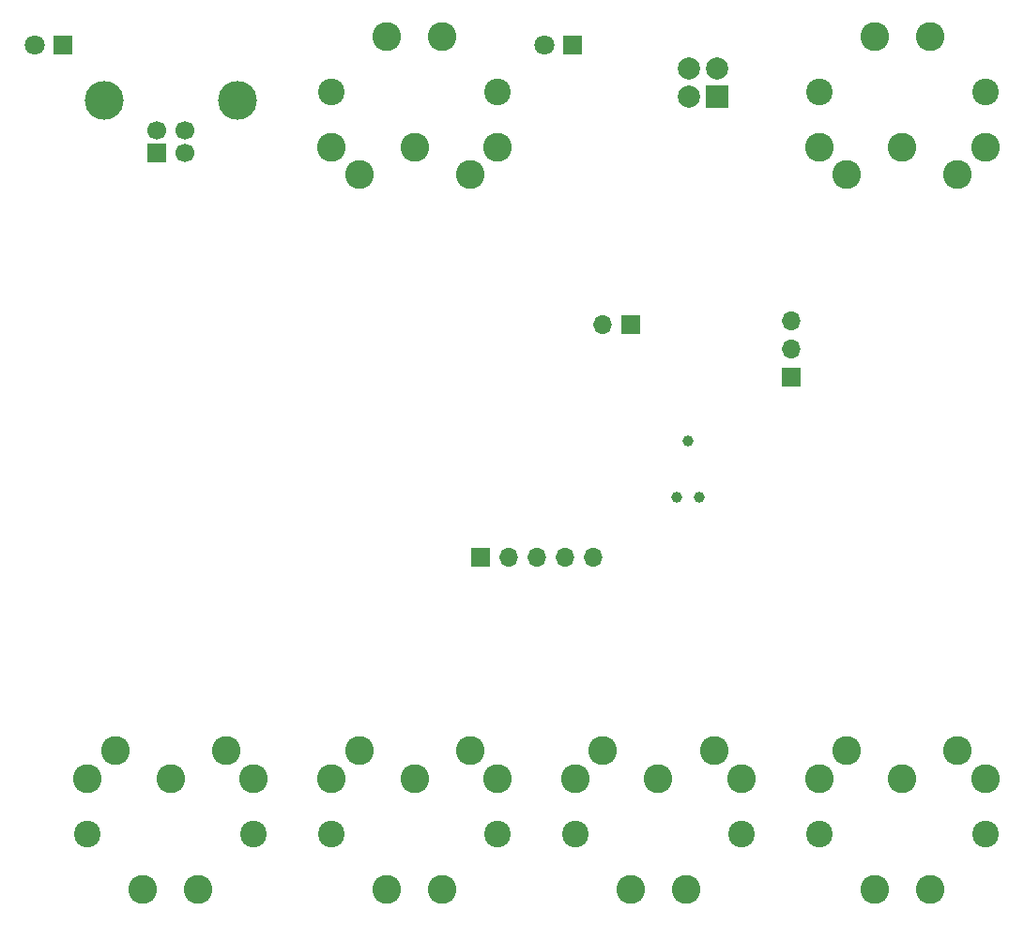
<source format=gbr>
%TF.GenerationSoftware,KiCad,Pcbnew,7.0.1*%
%TF.CreationDate,2023-12-17T22:31:34-05:00*%
%TF.ProjectId,channel_splitter,6368616e-6e65-46c5-9f73-706c69747465,rev?*%
%TF.SameCoordinates,Original*%
%TF.FileFunction,Soldermask,Bot*%
%TF.FilePolarity,Negative*%
%FSLAX46Y46*%
G04 Gerber Fmt 4.6, Leading zero omitted, Abs format (unit mm)*
G04 Created by KiCad (PCBNEW 7.0.1) date 2023-12-17 22:31:34*
%MOMM*%
%LPD*%
G01*
G04 APERTURE LIST*
%ADD10R,1.800000X1.800000*%
%ADD11C,1.800000*%
%ADD12R,1.700000X1.700000*%
%ADD13C,1.700000*%
%ADD14C,3.500000*%
%ADD15C,2.400000*%
%ADD16C,2.600000*%
%ADD17O,1.700000X1.700000*%
%ADD18C,0.990600*%
%ADD19R,2.000000X2.000000*%
%ADD20C,2.000000*%
G04 APERTURE END LIST*
D10*
%TO.C,D4*%
X103250000Y-72325000D03*
D11*
X100710000Y-72325000D03*
%TD*%
D10*
%TO.C,D2*%
X57250000Y-72325000D03*
D11*
X54710000Y-72325000D03*
%TD*%
D12*
%TO.C,J1*%
X65750000Y-82000000D03*
D13*
X68250000Y-82000000D03*
X68250000Y-80000000D03*
X65750000Y-80000000D03*
D14*
X60980000Y-77290000D03*
X73020000Y-77290000D03*
%TD*%
D15*
%TO.C,J9*%
X140500000Y-76500000D03*
X125500000Y-76500000D03*
D16*
X125500000Y-81500000D03*
X133000000Y-81500000D03*
X140500000Y-81500000D03*
X128000000Y-84000000D03*
X138000000Y-84000000D03*
X135500000Y-71500000D03*
X130500000Y-71500000D03*
%TD*%
D15*
%TO.C,J8*%
X125500000Y-143500000D03*
X140500000Y-143500000D03*
D16*
X140500000Y-138500000D03*
X133000000Y-138500000D03*
X125500000Y-138500000D03*
X138000000Y-136000000D03*
X128000000Y-136000000D03*
X130500000Y-148500000D03*
X135500000Y-148500000D03*
%TD*%
D15*
%TO.C,J7*%
X103500000Y-143500000D03*
X118500000Y-143500000D03*
D16*
X118500000Y-138500000D03*
X111000000Y-138500000D03*
X103500000Y-138500000D03*
X116000000Y-136000000D03*
X106000000Y-136000000D03*
X108500000Y-148500000D03*
X113500000Y-148500000D03*
%TD*%
D15*
%TO.C,J5*%
X59500000Y-143500000D03*
X74500000Y-143500000D03*
D16*
X74500000Y-138500000D03*
X67000000Y-138500000D03*
X59500000Y-138500000D03*
X72000000Y-136000000D03*
X62000000Y-136000000D03*
X64500000Y-148500000D03*
X69500000Y-148500000D03*
%TD*%
D15*
%TO.C,J2*%
X96500000Y-76500000D03*
X81500000Y-76500000D03*
D16*
X81500000Y-81500000D03*
X89000000Y-81500000D03*
X96500000Y-81500000D03*
X84000000Y-84000000D03*
X94000000Y-84000000D03*
X91500000Y-71500000D03*
X86500000Y-71500000D03*
%TD*%
D15*
%TO.C,J6*%
X81500000Y-143500000D03*
X96500000Y-143500000D03*
D16*
X96500000Y-138500000D03*
X89000000Y-138500000D03*
X81500000Y-138500000D03*
X94000000Y-136000000D03*
X84000000Y-136000000D03*
X86500000Y-148500000D03*
X91500000Y-148500000D03*
%TD*%
D12*
%TO.C,J4*%
X94920000Y-118500000D03*
D17*
X97460000Y-118500000D03*
X100000000Y-118500000D03*
X102540000Y-118500000D03*
X105080000Y-118500000D03*
%TD*%
D12*
%TO.C,JP1*%
X108540000Y-97500000D03*
D17*
X106000000Y-97500000D03*
%TD*%
D18*
%TO.C,J3*%
X113635000Y-107980000D03*
X114651000Y-113060000D03*
X112619000Y-113060000D03*
%TD*%
D12*
%TO.C,JP2*%
X123000000Y-102235000D03*
D17*
X123000000Y-99695000D03*
X123000000Y-97155000D03*
%TD*%
D19*
%TO.C,SW1*%
X116270000Y-76905000D03*
D20*
X116270000Y-74365000D03*
X113730000Y-76905000D03*
X113730000Y-74365000D03*
%TD*%
M02*

</source>
